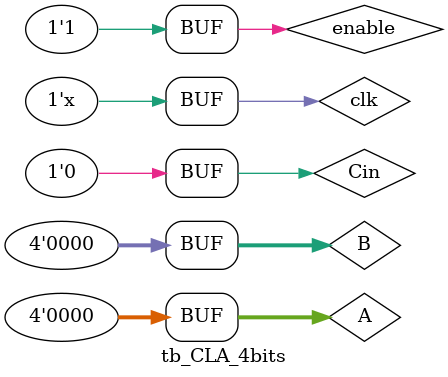
<source format=v>
`timescale 1ns / 1ps

module tb_CLA_4bits;

    reg clk;
    reg enable;
    reg [3:0] A;
    reg [3:0] B;
    reg Cin;
    
    wire [4:0] Q;
    
    CLA_4bits uut (
        .clk(clk),
        .enable(enable),
        .A(A),
        .B(B),
        .Cin(Cin),
        .Q(Q)
    );
    
    initial begin
    
    // Initialization    
    clk = 0;
    enable = 1;
    A = 0;
    B = 0;
    Cin = 0;
    
    #10;
    
    // Test Case 1
    A = 4'b0000;
    B = 4'b0101;
    Cin = 1'b0;
    enable = 1;
    
    #10;
    
    enable = 0;
    
    #10;
    
    // Test Case 2
    A = 4'b0101;
    B = 4'b0111;
    Cin = 1'b0;
    enable = 1;
    
    #10;
    
    enable = 0;
    
    #10;
    
    // Test Case 3
    A = 4'b1000;
    B = 4'b0111;
    Cin = 1'b1;
    enable = 1;
    
    #10;
    
    enable = 0;
    
    #10;
    
    // Test Case 4
    A = 4'b1001;
    B = 4'b0100;
    Cin = 1'b0;
    enable = 1;
    
    #10;
    
    enable = 0;
    
    #10;
    
    // Test Case 5
    A = 4'b1000;
    B = 4'b1000;
    Cin = 1'b1;
    enable = 1;
    
    #10;
    
    enable = 0;
    
    #10;
    
    // Test Case 6
    A = 4'b1101;
    B = 4'b1010;
    Cin = 1'b1;
    enable = 1;
    
    #10;
    
    enable = 0;
    
    #10;
    
    // Test Case 7
    A = 4'b1110;
    B = 4'b1111;
    Cin = 1'b0;
    enable = 1;
    
    #10;
    
    enable = 0;
    
    #10;
    
    clk = 0;
    enable = 1;
    A = 0;
    B = 0;
    Cin = 0;
    
    end
    
    always
    #5 clk = ~clk;
    
endmodule
</source>
